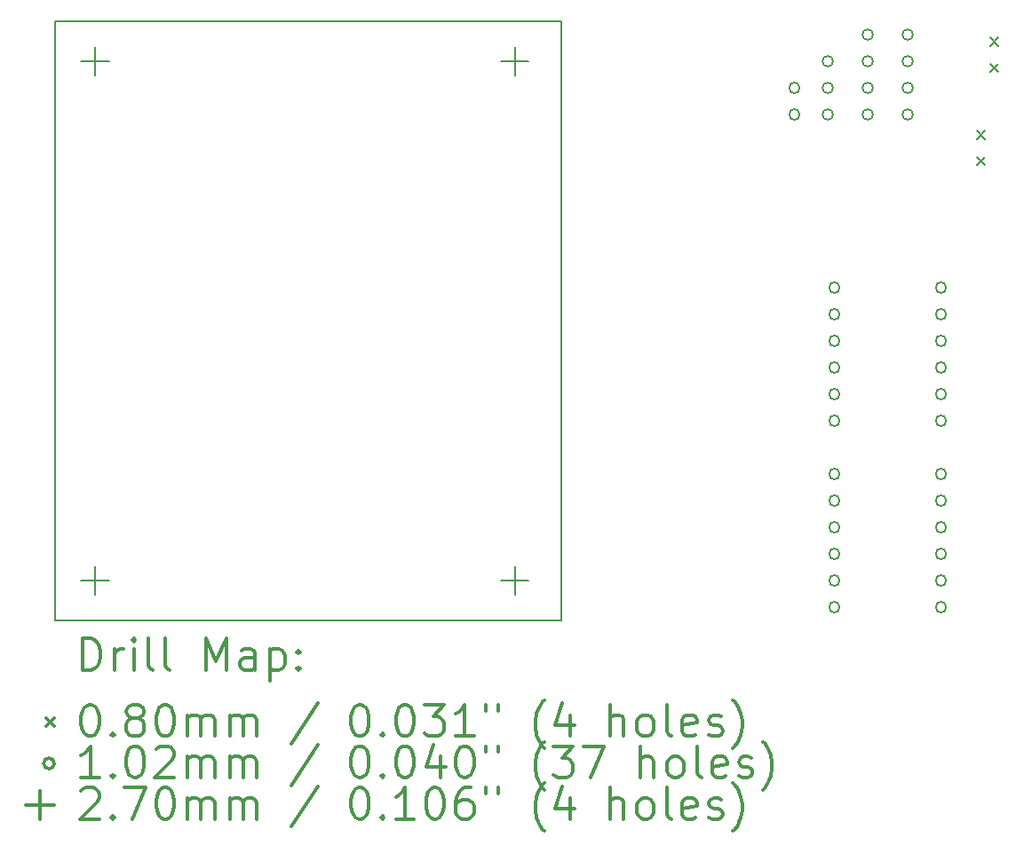
<source format=gbr>
%FSLAX45Y45*%
G04 Gerber Fmt 4.5, Leading zero omitted, Abs format (unit mm)*
G04 Created by KiCad (PCBNEW 4.0.5+dfsg1-4) date Sun Oct  6 16:03:35 2019*
%MOMM*%
%LPD*%
G01*
G04 APERTURE LIST*
%ADD10C,0.127000*%
%ADD11C,0.150000*%
%ADD12C,0.200000*%
%ADD13C,0.300000*%
G04 APERTURE END LIST*
D10*
D11*
X11811000Y-6858000D02*
X16002000Y-6858000D01*
X11811000Y-12573000D02*
X11811000Y-6858000D01*
X15811500Y-12573000D02*
X11811000Y-12573000D01*
X16637000Y-12573000D02*
X15811500Y-12573000D01*
X16637000Y-6858000D02*
X16637000Y-12573000D01*
X16002000Y-6858000D02*
X16637000Y-6858000D01*
X16510000Y-12573000D02*
X16637000Y-12573000D01*
X15811500Y-12573000D02*
X16510000Y-12573000D01*
D12*
X20597500Y-7901500D02*
X20677500Y-7981500D01*
X20677500Y-7901500D02*
X20597500Y-7981500D01*
X20597500Y-8151500D02*
X20677500Y-8231500D01*
X20677500Y-8151500D02*
X20597500Y-8231500D01*
X20724500Y-7012500D02*
X20804500Y-7092500D01*
X20804500Y-7012500D02*
X20724500Y-7092500D01*
X20724500Y-7262500D02*
X20804500Y-7342500D01*
X20804500Y-7262500D02*
X20724500Y-7342500D01*
X18910300Y-7493000D02*
G75*
G03X18910300Y-7493000I-50800J0D01*
G01*
X18910300Y-7747000D02*
G75*
G03X18910300Y-7747000I-50800J0D01*
G01*
X19227800Y-7239000D02*
G75*
G03X19227800Y-7239000I-50800J0D01*
G01*
X19227800Y-7493000D02*
G75*
G03X19227800Y-7493000I-50800J0D01*
G01*
X19227800Y-7747000D02*
G75*
G03X19227800Y-7747000I-50800J0D01*
G01*
X19291300Y-9398000D02*
G75*
G03X19291300Y-9398000I-50800J0D01*
G01*
X19291300Y-9652000D02*
G75*
G03X19291300Y-9652000I-50800J0D01*
G01*
X19291300Y-9906000D02*
G75*
G03X19291300Y-9906000I-50800J0D01*
G01*
X19291300Y-10160000D02*
G75*
G03X19291300Y-10160000I-50800J0D01*
G01*
X19291300Y-10414000D02*
G75*
G03X19291300Y-10414000I-50800J0D01*
G01*
X19291300Y-10668000D02*
G75*
G03X19291300Y-10668000I-50800J0D01*
G01*
X19291300Y-11176000D02*
G75*
G03X19291300Y-11176000I-50800J0D01*
G01*
X19291300Y-11430000D02*
G75*
G03X19291300Y-11430000I-50800J0D01*
G01*
X19291300Y-11684000D02*
G75*
G03X19291300Y-11684000I-50800J0D01*
G01*
X19291300Y-11938000D02*
G75*
G03X19291300Y-11938000I-50800J0D01*
G01*
X19291300Y-12192000D02*
G75*
G03X19291300Y-12192000I-50800J0D01*
G01*
X19291300Y-12446000D02*
G75*
G03X19291300Y-12446000I-50800J0D01*
G01*
X19608800Y-6985000D02*
G75*
G03X19608800Y-6985000I-50800J0D01*
G01*
X19608800Y-7239000D02*
G75*
G03X19608800Y-7239000I-50800J0D01*
G01*
X19608800Y-7493000D02*
G75*
G03X19608800Y-7493000I-50800J0D01*
G01*
X19608800Y-7747000D02*
G75*
G03X19608800Y-7747000I-50800J0D01*
G01*
X19989800Y-6985000D02*
G75*
G03X19989800Y-6985000I-50800J0D01*
G01*
X19989800Y-7239000D02*
G75*
G03X19989800Y-7239000I-50800J0D01*
G01*
X19989800Y-7493000D02*
G75*
G03X19989800Y-7493000I-50800J0D01*
G01*
X19989800Y-7747000D02*
G75*
G03X19989800Y-7747000I-50800J0D01*
G01*
X20307300Y-9398000D02*
G75*
G03X20307300Y-9398000I-50800J0D01*
G01*
X20307300Y-9652000D02*
G75*
G03X20307300Y-9652000I-50800J0D01*
G01*
X20307300Y-9906000D02*
G75*
G03X20307300Y-9906000I-50800J0D01*
G01*
X20307300Y-10160000D02*
G75*
G03X20307300Y-10160000I-50800J0D01*
G01*
X20307300Y-10414000D02*
G75*
G03X20307300Y-10414000I-50800J0D01*
G01*
X20307300Y-10668000D02*
G75*
G03X20307300Y-10668000I-50800J0D01*
G01*
X20307300Y-11176000D02*
G75*
G03X20307300Y-11176000I-50800J0D01*
G01*
X20307300Y-11430000D02*
G75*
G03X20307300Y-11430000I-50800J0D01*
G01*
X20307300Y-11684000D02*
G75*
G03X20307300Y-11684000I-50800J0D01*
G01*
X20307300Y-11938000D02*
G75*
G03X20307300Y-11938000I-50800J0D01*
G01*
X20307300Y-12192000D02*
G75*
G03X20307300Y-12192000I-50800J0D01*
G01*
X20307300Y-12446000D02*
G75*
G03X20307300Y-12446000I-50800J0D01*
G01*
X12192000Y-7104000D02*
X12192000Y-7374000D01*
X12057000Y-7239000D02*
X12327000Y-7239000D01*
X12192000Y-12057000D02*
X12192000Y-12327000D01*
X12057000Y-12192000D02*
X12327000Y-12192000D01*
X16192500Y-7104000D02*
X16192500Y-7374000D01*
X16057500Y-7239000D02*
X16327500Y-7239000D01*
X16192500Y-12057000D02*
X16192500Y-12327000D01*
X16057500Y-12192000D02*
X16327500Y-12192000D01*
D13*
X12074928Y-13046214D02*
X12074928Y-12746214D01*
X12146357Y-12746214D01*
X12189214Y-12760500D01*
X12217786Y-12789071D01*
X12232071Y-12817643D01*
X12246357Y-12874786D01*
X12246357Y-12917643D01*
X12232071Y-12974786D01*
X12217786Y-13003357D01*
X12189214Y-13031929D01*
X12146357Y-13046214D01*
X12074928Y-13046214D01*
X12374928Y-13046214D02*
X12374928Y-12846214D01*
X12374928Y-12903357D02*
X12389214Y-12874786D01*
X12403500Y-12860500D01*
X12432071Y-12846214D01*
X12460643Y-12846214D01*
X12560643Y-13046214D02*
X12560643Y-12846214D01*
X12560643Y-12746214D02*
X12546357Y-12760500D01*
X12560643Y-12774786D01*
X12574928Y-12760500D01*
X12560643Y-12746214D01*
X12560643Y-12774786D01*
X12746357Y-13046214D02*
X12717786Y-13031929D01*
X12703500Y-13003357D01*
X12703500Y-12746214D01*
X12903500Y-13046214D02*
X12874928Y-13031929D01*
X12860643Y-13003357D01*
X12860643Y-12746214D01*
X13246357Y-13046214D02*
X13246357Y-12746214D01*
X13346357Y-12960500D01*
X13446357Y-12746214D01*
X13446357Y-13046214D01*
X13717786Y-13046214D02*
X13717786Y-12889071D01*
X13703500Y-12860500D01*
X13674928Y-12846214D01*
X13617786Y-12846214D01*
X13589214Y-12860500D01*
X13717786Y-13031929D02*
X13689214Y-13046214D01*
X13617786Y-13046214D01*
X13589214Y-13031929D01*
X13574928Y-13003357D01*
X13574928Y-12974786D01*
X13589214Y-12946214D01*
X13617786Y-12931929D01*
X13689214Y-12931929D01*
X13717786Y-12917643D01*
X13860643Y-12846214D02*
X13860643Y-13146214D01*
X13860643Y-12860500D02*
X13889214Y-12846214D01*
X13946357Y-12846214D01*
X13974928Y-12860500D01*
X13989214Y-12874786D01*
X14003500Y-12903357D01*
X14003500Y-12989071D01*
X13989214Y-13017643D01*
X13974928Y-13031929D01*
X13946357Y-13046214D01*
X13889214Y-13046214D01*
X13860643Y-13031929D01*
X14132071Y-13017643D02*
X14146357Y-13031929D01*
X14132071Y-13046214D01*
X14117786Y-13031929D01*
X14132071Y-13017643D01*
X14132071Y-13046214D01*
X14132071Y-12860500D02*
X14146357Y-12874786D01*
X14132071Y-12889071D01*
X14117786Y-12874786D01*
X14132071Y-12860500D01*
X14132071Y-12889071D01*
X11723500Y-13500500D02*
X11803500Y-13580500D01*
X11803500Y-13500500D02*
X11723500Y-13580500D01*
X12132071Y-13376214D02*
X12160643Y-13376214D01*
X12189214Y-13390500D01*
X12203500Y-13404786D01*
X12217786Y-13433357D01*
X12232071Y-13490500D01*
X12232071Y-13561929D01*
X12217786Y-13619071D01*
X12203500Y-13647643D01*
X12189214Y-13661929D01*
X12160643Y-13676214D01*
X12132071Y-13676214D01*
X12103500Y-13661929D01*
X12089214Y-13647643D01*
X12074928Y-13619071D01*
X12060643Y-13561929D01*
X12060643Y-13490500D01*
X12074928Y-13433357D01*
X12089214Y-13404786D01*
X12103500Y-13390500D01*
X12132071Y-13376214D01*
X12360643Y-13647643D02*
X12374928Y-13661929D01*
X12360643Y-13676214D01*
X12346357Y-13661929D01*
X12360643Y-13647643D01*
X12360643Y-13676214D01*
X12546357Y-13504786D02*
X12517786Y-13490500D01*
X12503500Y-13476214D01*
X12489214Y-13447643D01*
X12489214Y-13433357D01*
X12503500Y-13404786D01*
X12517786Y-13390500D01*
X12546357Y-13376214D01*
X12603500Y-13376214D01*
X12632071Y-13390500D01*
X12646357Y-13404786D01*
X12660643Y-13433357D01*
X12660643Y-13447643D01*
X12646357Y-13476214D01*
X12632071Y-13490500D01*
X12603500Y-13504786D01*
X12546357Y-13504786D01*
X12517786Y-13519071D01*
X12503500Y-13533357D01*
X12489214Y-13561929D01*
X12489214Y-13619071D01*
X12503500Y-13647643D01*
X12517786Y-13661929D01*
X12546357Y-13676214D01*
X12603500Y-13676214D01*
X12632071Y-13661929D01*
X12646357Y-13647643D01*
X12660643Y-13619071D01*
X12660643Y-13561929D01*
X12646357Y-13533357D01*
X12632071Y-13519071D01*
X12603500Y-13504786D01*
X12846357Y-13376214D02*
X12874928Y-13376214D01*
X12903500Y-13390500D01*
X12917786Y-13404786D01*
X12932071Y-13433357D01*
X12946357Y-13490500D01*
X12946357Y-13561929D01*
X12932071Y-13619071D01*
X12917786Y-13647643D01*
X12903500Y-13661929D01*
X12874928Y-13676214D01*
X12846357Y-13676214D01*
X12817786Y-13661929D01*
X12803500Y-13647643D01*
X12789214Y-13619071D01*
X12774928Y-13561929D01*
X12774928Y-13490500D01*
X12789214Y-13433357D01*
X12803500Y-13404786D01*
X12817786Y-13390500D01*
X12846357Y-13376214D01*
X13074928Y-13676214D02*
X13074928Y-13476214D01*
X13074928Y-13504786D02*
X13089214Y-13490500D01*
X13117786Y-13476214D01*
X13160643Y-13476214D01*
X13189214Y-13490500D01*
X13203500Y-13519071D01*
X13203500Y-13676214D01*
X13203500Y-13519071D02*
X13217786Y-13490500D01*
X13246357Y-13476214D01*
X13289214Y-13476214D01*
X13317786Y-13490500D01*
X13332071Y-13519071D01*
X13332071Y-13676214D01*
X13474928Y-13676214D02*
X13474928Y-13476214D01*
X13474928Y-13504786D02*
X13489214Y-13490500D01*
X13517786Y-13476214D01*
X13560643Y-13476214D01*
X13589214Y-13490500D01*
X13603500Y-13519071D01*
X13603500Y-13676214D01*
X13603500Y-13519071D02*
X13617786Y-13490500D01*
X13646357Y-13476214D01*
X13689214Y-13476214D01*
X13717786Y-13490500D01*
X13732071Y-13519071D01*
X13732071Y-13676214D01*
X14317786Y-13361929D02*
X14060643Y-13747643D01*
X14703500Y-13376214D02*
X14732071Y-13376214D01*
X14760643Y-13390500D01*
X14774928Y-13404786D01*
X14789214Y-13433357D01*
X14803500Y-13490500D01*
X14803500Y-13561929D01*
X14789214Y-13619071D01*
X14774928Y-13647643D01*
X14760643Y-13661929D01*
X14732071Y-13676214D01*
X14703500Y-13676214D01*
X14674928Y-13661929D01*
X14660643Y-13647643D01*
X14646357Y-13619071D01*
X14632071Y-13561929D01*
X14632071Y-13490500D01*
X14646357Y-13433357D01*
X14660643Y-13404786D01*
X14674928Y-13390500D01*
X14703500Y-13376214D01*
X14932071Y-13647643D02*
X14946357Y-13661929D01*
X14932071Y-13676214D01*
X14917786Y-13661929D01*
X14932071Y-13647643D01*
X14932071Y-13676214D01*
X15132071Y-13376214D02*
X15160643Y-13376214D01*
X15189214Y-13390500D01*
X15203500Y-13404786D01*
X15217785Y-13433357D01*
X15232071Y-13490500D01*
X15232071Y-13561929D01*
X15217785Y-13619071D01*
X15203500Y-13647643D01*
X15189214Y-13661929D01*
X15160643Y-13676214D01*
X15132071Y-13676214D01*
X15103500Y-13661929D01*
X15089214Y-13647643D01*
X15074928Y-13619071D01*
X15060643Y-13561929D01*
X15060643Y-13490500D01*
X15074928Y-13433357D01*
X15089214Y-13404786D01*
X15103500Y-13390500D01*
X15132071Y-13376214D01*
X15332071Y-13376214D02*
X15517785Y-13376214D01*
X15417785Y-13490500D01*
X15460643Y-13490500D01*
X15489214Y-13504786D01*
X15503500Y-13519071D01*
X15517785Y-13547643D01*
X15517785Y-13619071D01*
X15503500Y-13647643D01*
X15489214Y-13661929D01*
X15460643Y-13676214D01*
X15374928Y-13676214D01*
X15346357Y-13661929D01*
X15332071Y-13647643D01*
X15803500Y-13676214D02*
X15632071Y-13676214D01*
X15717785Y-13676214D02*
X15717785Y-13376214D01*
X15689214Y-13419071D01*
X15660643Y-13447643D01*
X15632071Y-13461929D01*
X15917786Y-13376214D02*
X15917786Y-13433357D01*
X16032071Y-13376214D02*
X16032071Y-13433357D01*
X16474928Y-13790500D02*
X16460643Y-13776214D01*
X16432071Y-13733357D01*
X16417785Y-13704786D01*
X16403500Y-13661929D01*
X16389214Y-13590500D01*
X16389214Y-13533357D01*
X16403500Y-13461929D01*
X16417785Y-13419071D01*
X16432071Y-13390500D01*
X16460643Y-13347643D01*
X16474928Y-13333357D01*
X16717785Y-13476214D02*
X16717785Y-13676214D01*
X16646357Y-13361929D02*
X16574928Y-13576214D01*
X16760643Y-13576214D01*
X17103500Y-13676214D02*
X17103500Y-13376214D01*
X17232071Y-13676214D02*
X17232071Y-13519071D01*
X17217786Y-13490500D01*
X17189214Y-13476214D01*
X17146357Y-13476214D01*
X17117786Y-13490500D01*
X17103500Y-13504786D01*
X17417786Y-13676214D02*
X17389214Y-13661929D01*
X17374928Y-13647643D01*
X17360643Y-13619071D01*
X17360643Y-13533357D01*
X17374928Y-13504786D01*
X17389214Y-13490500D01*
X17417786Y-13476214D01*
X17460643Y-13476214D01*
X17489214Y-13490500D01*
X17503500Y-13504786D01*
X17517786Y-13533357D01*
X17517786Y-13619071D01*
X17503500Y-13647643D01*
X17489214Y-13661929D01*
X17460643Y-13676214D01*
X17417786Y-13676214D01*
X17689214Y-13676214D02*
X17660643Y-13661929D01*
X17646357Y-13633357D01*
X17646357Y-13376214D01*
X17917786Y-13661929D02*
X17889214Y-13676214D01*
X17832071Y-13676214D01*
X17803500Y-13661929D01*
X17789214Y-13633357D01*
X17789214Y-13519071D01*
X17803500Y-13490500D01*
X17832071Y-13476214D01*
X17889214Y-13476214D01*
X17917786Y-13490500D01*
X17932071Y-13519071D01*
X17932071Y-13547643D01*
X17789214Y-13576214D01*
X18046357Y-13661929D02*
X18074929Y-13676214D01*
X18132071Y-13676214D01*
X18160643Y-13661929D01*
X18174929Y-13633357D01*
X18174929Y-13619071D01*
X18160643Y-13590500D01*
X18132071Y-13576214D01*
X18089214Y-13576214D01*
X18060643Y-13561929D01*
X18046357Y-13533357D01*
X18046357Y-13519071D01*
X18060643Y-13490500D01*
X18089214Y-13476214D01*
X18132071Y-13476214D01*
X18160643Y-13490500D01*
X18274928Y-13790500D02*
X18289214Y-13776214D01*
X18317786Y-13733357D01*
X18332071Y-13704786D01*
X18346357Y-13661929D01*
X18360643Y-13590500D01*
X18360643Y-13533357D01*
X18346357Y-13461929D01*
X18332071Y-13419071D01*
X18317786Y-13390500D01*
X18289214Y-13347643D01*
X18274928Y-13333357D01*
X11803500Y-13936500D02*
G75*
G03X11803500Y-13936500I-50800J0D01*
G01*
X12232071Y-14072214D02*
X12060643Y-14072214D01*
X12146357Y-14072214D02*
X12146357Y-13772214D01*
X12117786Y-13815071D01*
X12089214Y-13843643D01*
X12060643Y-13857929D01*
X12360643Y-14043643D02*
X12374928Y-14057929D01*
X12360643Y-14072214D01*
X12346357Y-14057929D01*
X12360643Y-14043643D01*
X12360643Y-14072214D01*
X12560643Y-13772214D02*
X12589214Y-13772214D01*
X12617786Y-13786500D01*
X12632071Y-13800786D01*
X12646357Y-13829357D01*
X12660643Y-13886500D01*
X12660643Y-13957929D01*
X12646357Y-14015071D01*
X12632071Y-14043643D01*
X12617786Y-14057929D01*
X12589214Y-14072214D01*
X12560643Y-14072214D01*
X12532071Y-14057929D01*
X12517786Y-14043643D01*
X12503500Y-14015071D01*
X12489214Y-13957929D01*
X12489214Y-13886500D01*
X12503500Y-13829357D01*
X12517786Y-13800786D01*
X12532071Y-13786500D01*
X12560643Y-13772214D01*
X12774928Y-13800786D02*
X12789214Y-13786500D01*
X12817786Y-13772214D01*
X12889214Y-13772214D01*
X12917786Y-13786500D01*
X12932071Y-13800786D01*
X12946357Y-13829357D01*
X12946357Y-13857929D01*
X12932071Y-13900786D01*
X12760643Y-14072214D01*
X12946357Y-14072214D01*
X13074928Y-14072214D02*
X13074928Y-13872214D01*
X13074928Y-13900786D02*
X13089214Y-13886500D01*
X13117786Y-13872214D01*
X13160643Y-13872214D01*
X13189214Y-13886500D01*
X13203500Y-13915071D01*
X13203500Y-14072214D01*
X13203500Y-13915071D02*
X13217786Y-13886500D01*
X13246357Y-13872214D01*
X13289214Y-13872214D01*
X13317786Y-13886500D01*
X13332071Y-13915071D01*
X13332071Y-14072214D01*
X13474928Y-14072214D02*
X13474928Y-13872214D01*
X13474928Y-13900786D02*
X13489214Y-13886500D01*
X13517786Y-13872214D01*
X13560643Y-13872214D01*
X13589214Y-13886500D01*
X13603500Y-13915071D01*
X13603500Y-14072214D01*
X13603500Y-13915071D02*
X13617786Y-13886500D01*
X13646357Y-13872214D01*
X13689214Y-13872214D01*
X13717786Y-13886500D01*
X13732071Y-13915071D01*
X13732071Y-14072214D01*
X14317786Y-13757929D02*
X14060643Y-14143643D01*
X14703500Y-13772214D02*
X14732071Y-13772214D01*
X14760643Y-13786500D01*
X14774928Y-13800786D01*
X14789214Y-13829357D01*
X14803500Y-13886500D01*
X14803500Y-13957929D01*
X14789214Y-14015071D01*
X14774928Y-14043643D01*
X14760643Y-14057929D01*
X14732071Y-14072214D01*
X14703500Y-14072214D01*
X14674928Y-14057929D01*
X14660643Y-14043643D01*
X14646357Y-14015071D01*
X14632071Y-13957929D01*
X14632071Y-13886500D01*
X14646357Y-13829357D01*
X14660643Y-13800786D01*
X14674928Y-13786500D01*
X14703500Y-13772214D01*
X14932071Y-14043643D02*
X14946357Y-14057929D01*
X14932071Y-14072214D01*
X14917786Y-14057929D01*
X14932071Y-14043643D01*
X14932071Y-14072214D01*
X15132071Y-13772214D02*
X15160643Y-13772214D01*
X15189214Y-13786500D01*
X15203500Y-13800786D01*
X15217785Y-13829357D01*
X15232071Y-13886500D01*
X15232071Y-13957929D01*
X15217785Y-14015071D01*
X15203500Y-14043643D01*
X15189214Y-14057929D01*
X15160643Y-14072214D01*
X15132071Y-14072214D01*
X15103500Y-14057929D01*
X15089214Y-14043643D01*
X15074928Y-14015071D01*
X15060643Y-13957929D01*
X15060643Y-13886500D01*
X15074928Y-13829357D01*
X15089214Y-13800786D01*
X15103500Y-13786500D01*
X15132071Y-13772214D01*
X15489214Y-13872214D02*
X15489214Y-14072214D01*
X15417785Y-13757929D02*
X15346357Y-13972214D01*
X15532071Y-13972214D01*
X15703500Y-13772214D02*
X15732071Y-13772214D01*
X15760643Y-13786500D01*
X15774928Y-13800786D01*
X15789214Y-13829357D01*
X15803500Y-13886500D01*
X15803500Y-13957929D01*
X15789214Y-14015071D01*
X15774928Y-14043643D01*
X15760643Y-14057929D01*
X15732071Y-14072214D01*
X15703500Y-14072214D01*
X15674928Y-14057929D01*
X15660643Y-14043643D01*
X15646357Y-14015071D01*
X15632071Y-13957929D01*
X15632071Y-13886500D01*
X15646357Y-13829357D01*
X15660643Y-13800786D01*
X15674928Y-13786500D01*
X15703500Y-13772214D01*
X15917786Y-13772214D02*
X15917786Y-13829357D01*
X16032071Y-13772214D02*
X16032071Y-13829357D01*
X16474928Y-14186500D02*
X16460643Y-14172214D01*
X16432071Y-14129357D01*
X16417785Y-14100786D01*
X16403500Y-14057929D01*
X16389214Y-13986500D01*
X16389214Y-13929357D01*
X16403500Y-13857929D01*
X16417785Y-13815071D01*
X16432071Y-13786500D01*
X16460643Y-13743643D01*
X16474928Y-13729357D01*
X16560643Y-13772214D02*
X16746357Y-13772214D01*
X16646357Y-13886500D01*
X16689214Y-13886500D01*
X16717785Y-13900786D01*
X16732071Y-13915071D01*
X16746357Y-13943643D01*
X16746357Y-14015071D01*
X16732071Y-14043643D01*
X16717785Y-14057929D01*
X16689214Y-14072214D01*
X16603500Y-14072214D01*
X16574928Y-14057929D01*
X16560643Y-14043643D01*
X16846357Y-13772214D02*
X17046357Y-13772214D01*
X16917786Y-14072214D01*
X17389214Y-14072214D02*
X17389214Y-13772214D01*
X17517786Y-14072214D02*
X17517786Y-13915071D01*
X17503500Y-13886500D01*
X17474928Y-13872214D01*
X17432071Y-13872214D01*
X17403500Y-13886500D01*
X17389214Y-13900786D01*
X17703500Y-14072214D02*
X17674928Y-14057929D01*
X17660643Y-14043643D01*
X17646357Y-14015071D01*
X17646357Y-13929357D01*
X17660643Y-13900786D01*
X17674928Y-13886500D01*
X17703500Y-13872214D01*
X17746357Y-13872214D01*
X17774928Y-13886500D01*
X17789214Y-13900786D01*
X17803500Y-13929357D01*
X17803500Y-14015071D01*
X17789214Y-14043643D01*
X17774928Y-14057929D01*
X17746357Y-14072214D01*
X17703500Y-14072214D01*
X17974928Y-14072214D02*
X17946357Y-14057929D01*
X17932071Y-14029357D01*
X17932071Y-13772214D01*
X18203500Y-14057929D02*
X18174929Y-14072214D01*
X18117786Y-14072214D01*
X18089214Y-14057929D01*
X18074929Y-14029357D01*
X18074929Y-13915071D01*
X18089214Y-13886500D01*
X18117786Y-13872214D01*
X18174929Y-13872214D01*
X18203500Y-13886500D01*
X18217786Y-13915071D01*
X18217786Y-13943643D01*
X18074929Y-13972214D01*
X18332071Y-14057929D02*
X18360643Y-14072214D01*
X18417786Y-14072214D01*
X18446357Y-14057929D01*
X18460643Y-14029357D01*
X18460643Y-14015071D01*
X18446357Y-13986500D01*
X18417786Y-13972214D01*
X18374929Y-13972214D01*
X18346357Y-13957929D01*
X18332071Y-13929357D01*
X18332071Y-13915071D01*
X18346357Y-13886500D01*
X18374929Y-13872214D01*
X18417786Y-13872214D01*
X18446357Y-13886500D01*
X18560643Y-14186500D02*
X18574929Y-14172214D01*
X18603500Y-14129357D01*
X18617786Y-14100786D01*
X18632071Y-14057929D01*
X18646357Y-13986500D01*
X18646357Y-13929357D01*
X18632071Y-13857929D01*
X18617786Y-13815071D01*
X18603500Y-13786500D01*
X18574929Y-13743643D01*
X18560643Y-13729357D01*
X11668500Y-14197500D02*
X11668500Y-14467500D01*
X11533500Y-14332500D02*
X11803500Y-14332500D01*
X12060643Y-14196786D02*
X12074928Y-14182500D01*
X12103500Y-14168214D01*
X12174928Y-14168214D01*
X12203500Y-14182500D01*
X12217786Y-14196786D01*
X12232071Y-14225357D01*
X12232071Y-14253929D01*
X12217786Y-14296786D01*
X12046357Y-14468214D01*
X12232071Y-14468214D01*
X12360643Y-14439643D02*
X12374928Y-14453929D01*
X12360643Y-14468214D01*
X12346357Y-14453929D01*
X12360643Y-14439643D01*
X12360643Y-14468214D01*
X12474928Y-14168214D02*
X12674928Y-14168214D01*
X12546357Y-14468214D01*
X12846357Y-14168214D02*
X12874928Y-14168214D01*
X12903500Y-14182500D01*
X12917786Y-14196786D01*
X12932071Y-14225357D01*
X12946357Y-14282500D01*
X12946357Y-14353929D01*
X12932071Y-14411071D01*
X12917786Y-14439643D01*
X12903500Y-14453929D01*
X12874928Y-14468214D01*
X12846357Y-14468214D01*
X12817786Y-14453929D01*
X12803500Y-14439643D01*
X12789214Y-14411071D01*
X12774928Y-14353929D01*
X12774928Y-14282500D01*
X12789214Y-14225357D01*
X12803500Y-14196786D01*
X12817786Y-14182500D01*
X12846357Y-14168214D01*
X13074928Y-14468214D02*
X13074928Y-14268214D01*
X13074928Y-14296786D02*
X13089214Y-14282500D01*
X13117786Y-14268214D01*
X13160643Y-14268214D01*
X13189214Y-14282500D01*
X13203500Y-14311071D01*
X13203500Y-14468214D01*
X13203500Y-14311071D02*
X13217786Y-14282500D01*
X13246357Y-14268214D01*
X13289214Y-14268214D01*
X13317786Y-14282500D01*
X13332071Y-14311071D01*
X13332071Y-14468214D01*
X13474928Y-14468214D02*
X13474928Y-14268214D01*
X13474928Y-14296786D02*
X13489214Y-14282500D01*
X13517786Y-14268214D01*
X13560643Y-14268214D01*
X13589214Y-14282500D01*
X13603500Y-14311071D01*
X13603500Y-14468214D01*
X13603500Y-14311071D02*
X13617786Y-14282500D01*
X13646357Y-14268214D01*
X13689214Y-14268214D01*
X13717786Y-14282500D01*
X13732071Y-14311071D01*
X13732071Y-14468214D01*
X14317786Y-14153929D02*
X14060643Y-14539643D01*
X14703500Y-14168214D02*
X14732071Y-14168214D01*
X14760643Y-14182500D01*
X14774928Y-14196786D01*
X14789214Y-14225357D01*
X14803500Y-14282500D01*
X14803500Y-14353929D01*
X14789214Y-14411071D01*
X14774928Y-14439643D01*
X14760643Y-14453929D01*
X14732071Y-14468214D01*
X14703500Y-14468214D01*
X14674928Y-14453929D01*
X14660643Y-14439643D01*
X14646357Y-14411071D01*
X14632071Y-14353929D01*
X14632071Y-14282500D01*
X14646357Y-14225357D01*
X14660643Y-14196786D01*
X14674928Y-14182500D01*
X14703500Y-14168214D01*
X14932071Y-14439643D02*
X14946357Y-14453929D01*
X14932071Y-14468214D01*
X14917786Y-14453929D01*
X14932071Y-14439643D01*
X14932071Y-14468214D01*
X15232071Y-14468214D02*
X15060643Y-14468214D01*
X15146357Y-14468214D02*
X15146357Y-14168214D01*
X15117785Y-14211071D01*
X15089214Y-14239643D01*
X15060643Y-14253929D01*
X15417785Y-14168214D02*
X15446357Y-14168214D01*
X15474928Y-14182500D01*
X15489214Y-14196786D01*
X15503500Y-14225357D01*
X15517785Y-14282500D01*
X15517785Y-14353929D01*
X15503500Y-14411071D01*
X15489214Y-14439643D01*
X15474928Y-14453929D01*
X15446357Y-14468214D01*
X15417785Y-14468214D01*
X15389214Y-14453929D01*
X15374928Y-14439643D01*
X15360643Y-14411071D01*
X15346357Y-14353929D01*
X15346357Y-14282500D01*
X15360643Y-14225357D01*
X15374928Y-14196786D01*
X15389214Y-14182500D01*
X15417785Y-14168214D01*
X15774928Y-14168214D02*
X15717785Y-14168214D01*
X15689214Y-14182500D01*
X15674928Y-14196786D01*
X15646357Y-14239643D01*
X15632071Y-14296786D01*
X15632071Y-14411071D01*
X15646357Y-14439643D01*
X15660643Y-14453929D01*
X15689214Y-14468214D01*
X15746357Y-14468214D01*
X15774928Y-14453929D01*
X15789214Y-14439643D01*
X15803500Y-14411071D01*
X15803500Y-14339643D01*
X15789214Y-14311071D01*
X15774928Y-14296786D01*
X15746357Y-14282500D01*
X15689214Y-14282500D01*
X15660643Y-14296786D01*
X15646357Y-14311071D01*
X15632071Y-14339643D01*
X15917786Y-14168214D02*
X15917786Y-14225357D01*
X16032071Y-14168214D02*
X16032071Y-14225357D01*
X16474928Y-14582500D02*
X16460643Y-14568214D01*
X16432071Y-14525357D01*
X16417785Y-14496786D01*
X16403500Y-14453929D01*
X16389214Y-14382500D01*
X16389214Y-14325357D01*
X16403500Y-14253929D01*
X16417785Y-14211071D01*
X16432071Y-14182500D01*
X16460643Y-14139643D01*
X16474928Y-14125357D01*
X16717785Y-14268214D02*
X16717785Y-14468214D01*
X16646357Y-14153929D02*
X16574928Y-14368214D01*
X16760643Y-14368214D01*
X17103500Y-14468214D02*
X17103500Y-14168214D01*
X17232071Y-14468214D02*
X17232071Y-14311071D01*
X17217786Y-14282500D01*
X17189214Y-14268214D01*
X17146357Y-14268214D01*
X17117786Y-14282500D01*
X17103500Y-14296786D01*
X17417786Y-14468214D02*
X17389214Y-14453929D01*
X17374928Y-14439643D01*
X17360643Y-14411071D01*
X17360643Y-14325357D01*
X17374928Y-14296786D01*
X17389214Y-14282500D01*
X17417786Y-14268214D01*
X17460643Y-14268214D01*
X17489214Y-14282500D01*
X17503500Y-14296786D01*
X17517786Y-14325357D01*
X17517786Y-14411071D01*
X17503500Y-14439643D01*
X17489214Y-14453929D01*
X17460643Y-14468214D01*
X17417786Y-14468214D01*
X17689214Y-14468214D02*
X17660643Y-14453929D01*
X17646357Y-14425357D01*
X17646357Y-14168214D01*
X17917786Y-14453929D02*
X17889214Y-14468214D01*
X17832071Y-14468214D01*
X17803500Y-14453929D01*
X17789214Y-14425357D01*
X17789214Y-14311071D01*
X17803500Y-14282500D01*
X17832071Y-14268214D01*
X17889214Y-14268214D01*
X17917786Y-14282500D01*
X17932071Y-14311071D01*
X17932071Y-14339643D01*
X17789214Y-14368214D01*
X18046357Y-14453929D02*
X18074929Y-14468214D01*
X18132071Y-14468214D01*
X18160643Y-14453929D01*
X18174929Y-14425357D01*
X18174929Y-14411071D01*
X18160643Y-14382500D01*
X18132071Y-14368214D01*
X18089214Y-14368214D01*
X18060643Y-14353929D01*
X18046357Y-14325357D01*
X18046357Y-14311071D01*
X18060643Y-14282500D01*
X18089214Y-14268214D01*
X18132071Y-14268214D01*
X18160643Y-14282500D01*
X18274928Y-14582500D02*
X18289214Y-14568214D01*
X18317786Y-14525357D01*
X18332071Y-14496786D01*
X18346357Y-14453929D01*
X18360643Y-14382500D01*
X18360643Y-14325357D01*
X18346357Y-14253929D01*
X18332071Y-14211071D01*
X18317786Y-14182500D01*
X18289214Y-14139643D01*
X18274928Y-14125357D01*
M02*

</source>
